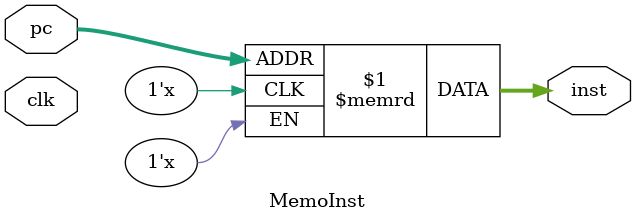
<source format=v>
/*
Instruction memory 2 MB in size width 16 bit( words )
inputs:
  - clk:clock
  - Oldpc
  - reset
output:
  - Next pc
*/
module MemoInst(clk,
pc,
inst
);
input clk;
input[31:0] pc;
integer i;
output [15:0]inst;

reg [15:0]memory [0:1048575];

assign 	inst=memory[pc];

endmodule
</source>
